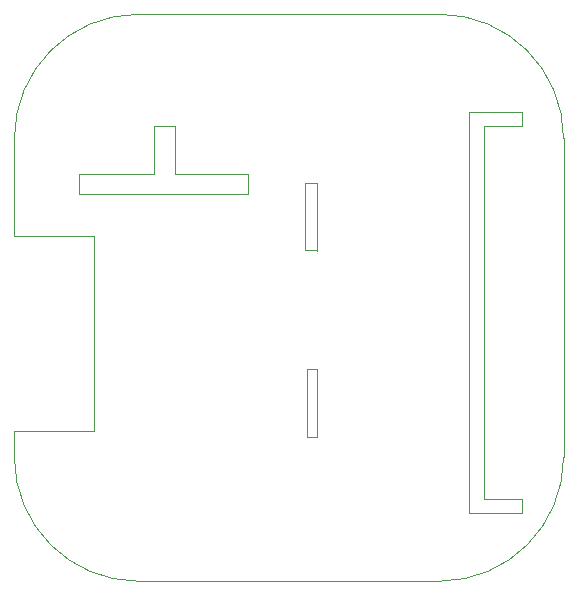
<source format=gm1>
G04 #@! TF.GenerationSoftware,KiCad,Pcbnew,no-vcs-found-aeac415~59~ubuntu16.04.1*
G04 #@! TF.CreationDate,2017-08-24T18:03:37+03:00*
G04 #@! TF.ProjectId,wifi_lights,776966695F6C69676874732E6B696361,rev?*
G04 #@! TF.SameCoordinates,Original*
G04 #@! TF.FileFunction,Profile,NP*
%FSLAX46Y46*%
G04 Gerber Fmt 4.6, Leading zero omitted, Abs format (unit mm)*
G04 Created by KiCad (PCBNEW no-vcs-found-aeac415~59~ubuntu16.04.1) date Thu Aug 24 18:03:37 2017*
%MOMM*%
%LPD*%
G01*
G04 APERTURE LIST*
%ADD10C,0.100000*%
G04 APERTURE END LIST*
D10*
X124598753Y-64250000D02*
X125601385Y-64250000D01*
X125600000Y-70002272D02*
X125600000Y-64250000D01*
X124600000Y-70000000D02*
X125600000Y-70000000D01*
X124600000Y-70000000D02*
X124600000Y-64247728D01*
X124750000Y-80000000D02*
X125600000Y-80000000D01*
X124750000Y-85750000D02*
X125601469Y-85750000D01*
X125600000Y-85750000D02*
X125600000Y-79997728D01*
X124750000Y-85752272D02*
X124750000Y-80000000D01*
X143000000Y-91000000D02*
X143000000Y-92250000D01*
X143000000Y-58250000D02*
X143000000Y-59500000D01*
X143000000Y-58250000D02*
X138500000Y-58250000D01*
X143000000Y-59500000D02*
X139750000Y-59500000D01*
X138500000Y-92250000D02*
X138500000Y-58250000D01*
X143000000Y-92250000D02*
X138500000Y-92250000D01*
X143000000Y-91000000D02*
X139750000Y-91000000D01*
X139750000Y-91000000D02*
X139750000Y-59499008D01*
X106750000Y-85250000D02*
X100000000Y-85250000D01*
X106750000Y-68750000D02*
X106750000Y-85250000D01*
X106750000Y-68750000D02*
X100000000Y-68750000D01*
X100000000Y-87500000D02*
X100000000Y-85250000D01*
X105500000Y-65250000D02*
X105500000Y-63500000D01*
X111800000Y-63500000D02*
X105500000Y-63500000D01*
X113600000Y-59500000D02*
X111800000Y-59500000D01*
X113600000Y-63500000D02*
X113600000Y-59500000D01*
X119750000Y-63500000D02*
X113600000Y-63500000D01*
X119750000Y-65250000D02*
X119750000Y-63500000D01*
X105500000Y-65250000D02*
X119750000Y-65250000D01*
X111800000Y-59500000D02*
X111800000Y-63500000D01*
X100000000Y-60500000D02*
G75*
G02X110500000Y-50000000I10500000J0D01*
G01*
X136000000Y-49998010D02*
G75*
G02X146500000Y-60498010I0J-10500000D01*
G01*
X110500000Y-98000000D02*
G75*
G02X100000000Y-87500000I0J10500000D01*
G01*
X146500000Y-87500000D02*
G75*
G02X136000000Y-98000000I-10500000J0D01*
G01*
X100000000Y-68750000D02*
X100000000Y-60495371D01*
X136000000Y-98000000D02*
X110498843Y-98000000D01*
X146500000Y-60498010D02*
X146500000Y-87500000D01*
X110500000Y-50000000D02*
X136000000Y-50000000D01*
M02*

</source>
